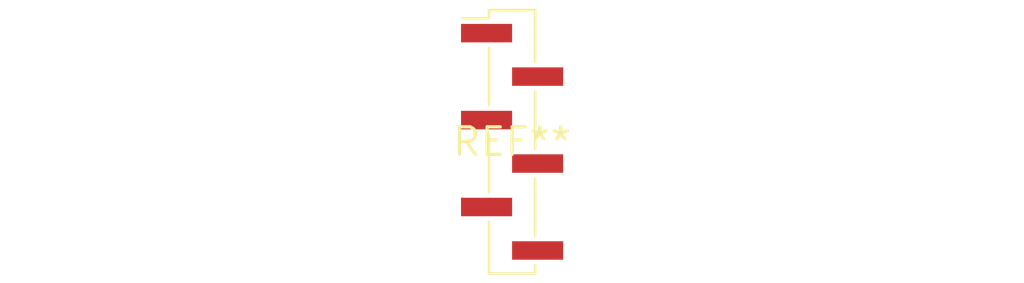
<source format=kicad_pcb>
(kicad_pcb (version 20240108) (generator pcbnew)
  (layers (0 "F.Cu" signal) (31 "B.Cu" signal) (34 "B.Paste" user) (35 "F.Paste" user) (36 "B.SilkS" user "B.Silkscreen") (37 "F.SilkS" user "F.Silkscreen") (38 "B.Mask" user) (39 "F.Mask" user) (44 "Edge.Cuts" user))
  (net 0 "")
  (footprint "PinHeader_1x06_P2.00mm_Vertical_SMD_Pin1Left" (layer "F.Cu") (at 0 0)
    (property "Reference" "REF**")
    (property "Value" "PinHeader_1x06_P2.00mm_Vertical_SMD_Pin1Left")
    (fp_line (start -1.06 -6.06) (end -1.06 -5.685) (layer "F.SilkS") (stroke (width 0.12)))
    (fp_line (start -1.06 -6.06) (end 1.06 -6.06) (layer "F.SilkS") (stroke (width 0.12)))
    (fp_line (start -1.06 -5.685) (end -2.29 -5.685) (layer "F.SilkS") (stroke (width 0.12)))
    (fp_line (start -1.06 -4.315) (end -1.06 -1.685) (layer "F.SilkS") (stroke (width 0.12)))
    (fp_line (start -1.06 -0.315) (end -1.06 2.315) (layer "F.SilkS") (stroke (width 0.12)))
    (fp_line (start -1.06 3.685) (end -1.06 6.06) (layer "F.SilkS") (stroke (width 0.12)))
    (fp_line (start -1.06 6.06) (end 1.06 6.06) (layer "F.SilkS") (stroke (width 0.12)))
    (fp_line (start 1.06 -6.06) (end 1.06 -3.685) (layer "F.SilkS") (stroke (width 0.12)))
    (fp_line (start 1.06 -2.315) (end 1.06 0.315) (layer "F.SilkS") (stroke (width 0.12)))
    (fp_line (start 1.06 1.685) (end 1.06 4.315) (layer "F.SilkS") (stroke (width 0.12)))
    (fp_line (start 1.06 5.685) (end 1.06 6.06) (layer "F.SilkS") (stroke (width 0.12)))
    (pad "1" smd rect (at -1.175 -5) (size 2.35 0.85) (layers "F.Cu" "F.Paste" "F.Mask"))
    (pad "2" smd rect (at 1.175 -3) (size 2.35 0.85) (layers "F.Cu" "F.Paste" "F.Mask"))
    (pad "3" smd rect (at -1.175 -1) (size 2.35 0.85) (layers "F.Cu" "F.Paste" "F.Mask"))
    (pad "4" smd rect (at 1.175 1) (size 2.35 0.85) (layers "F.Cu" "F.Paste" "F.Mask"))
    (pad "5" smd rect (at -1.175 3) (size 2.35 0.85) (layers "F.Cu" "F.Paste" "F.Mask"))
    (pad "6" smd rect (at 1.175 5) (size 2.35 0.85) (layers "F.Cu" "F.Paste" "F.Mask"))
  )
)
</source>
